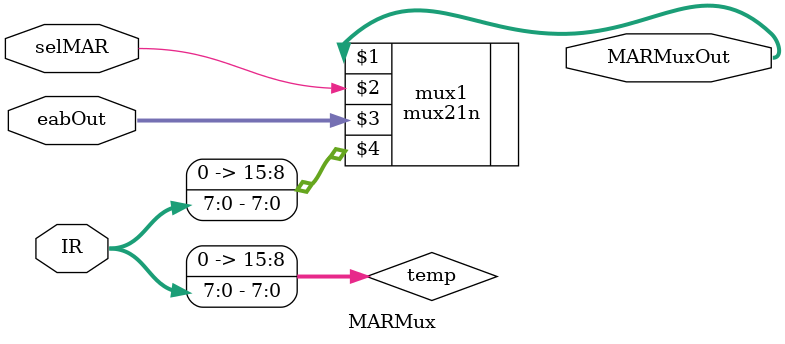
<source format=v>
`timescale 1ns / 1ps
module MARMux(MARMuxOut, IR, eabOut, selMAR);

		output[15:0] MARMuxOut;
		input[15:0] eabOut;
		input[7:0] IR;
		input selMAR;
		
		wire[15:0] temp;
		
		assign temp = {{8'd0},IR};

		mux21n mux1(MARMuxOut, selMAR, eabOut, temp);

endmodule

</source>
